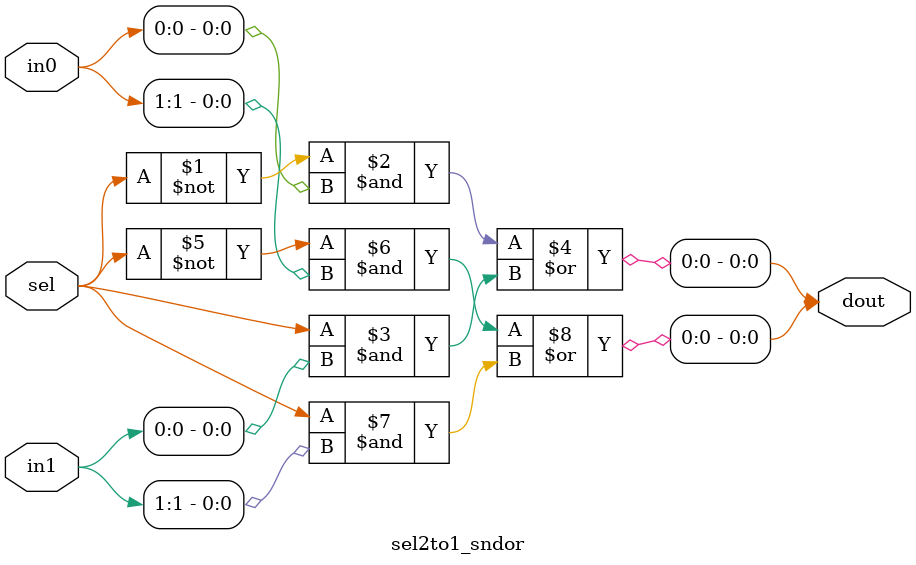
<source format=v>
module sel2to1_sndor(in0, in1, sel, dout);
input [1:0] in0, in1;
input sel;
output [1:0] dout;

assign dout[0] = (~sel & in0[0]) | (sel & in1[0]);
assign dout[0] = (~sel & in0[1]) | (sel & in1[1]);

endmodule
</source>
